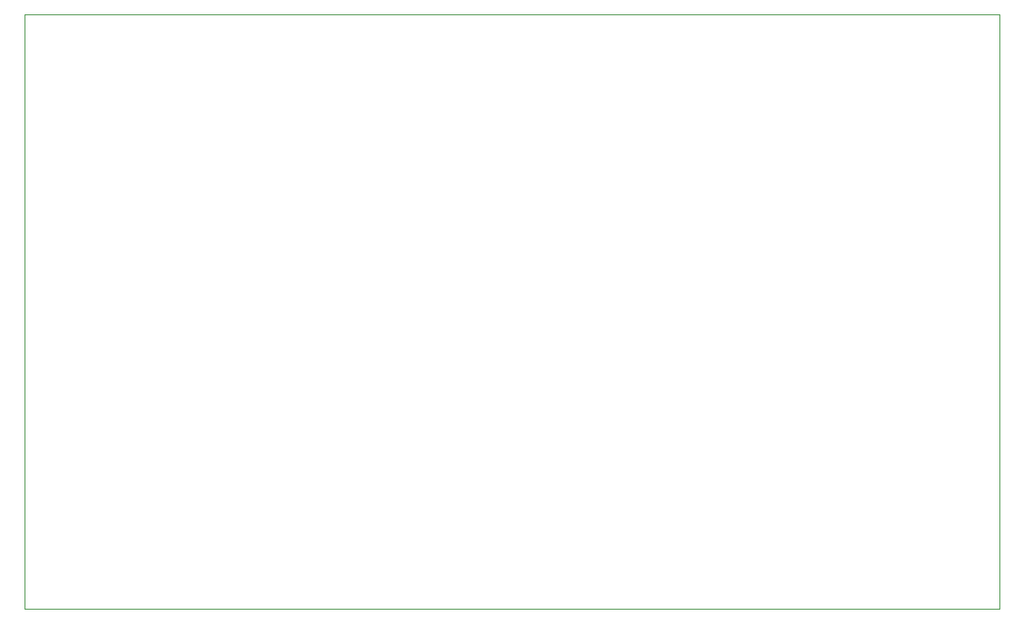
<source format=gbr>
G04 #@! TF.GenerationSoftware,KiCad,Pcbnew,5.1.5*
G04 #@! TF.CreationDate,2020-01-17T21:00:47+03:00*
G04 #@! TF.ProjectId,chrono,6368726f-6e6f-42e6-9b69-6361645f7063,rev?*
G04 #@! TF.SameCoordinates,Original*
G04 #@! TF.FileFunction,Profile,NP*
%FSLAX46Y46*%
G04 Gerber Fmt 4.6, Leading zero omitted, Abs format (unit mm)*
G04 Created by KiCad (PCBNEW 5.1.5) date 2020-01-17 21:00:47*
%MOMM*%
%LPD*%
G04 APERTURE LIST*
%ADD10C,0.050000*%
G04 APERTURE END LIST*
D10*
X30000000Y-74000000D02*
X30000000Y-133500000D01*
X127500000Y-133500000D02*
X30000000Y-133500000D01*
X127500000Y-74000000D02*
X127500000Y-133500000D01*
X30000000Y-74000000D02*
X127500000Y-74000000D01*
M02*

</source>
